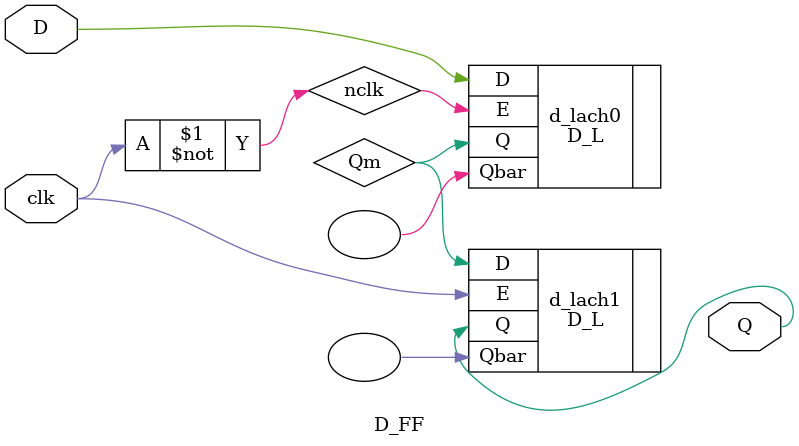
<source format=v>


module D_FF(Q, D, clk);
	input D, clk;
	output Q;
	
	wire Qm, nclk;
	
	not not_clk(nclk, clk);
	D_L d_lach0(.Q(Qm), .Qbar(), .D(D), .E(nclk));
	D_L d_lach1(.Q(Q), .Qbar(), .D(Qm), .E(clk));

endmodule

</source>
